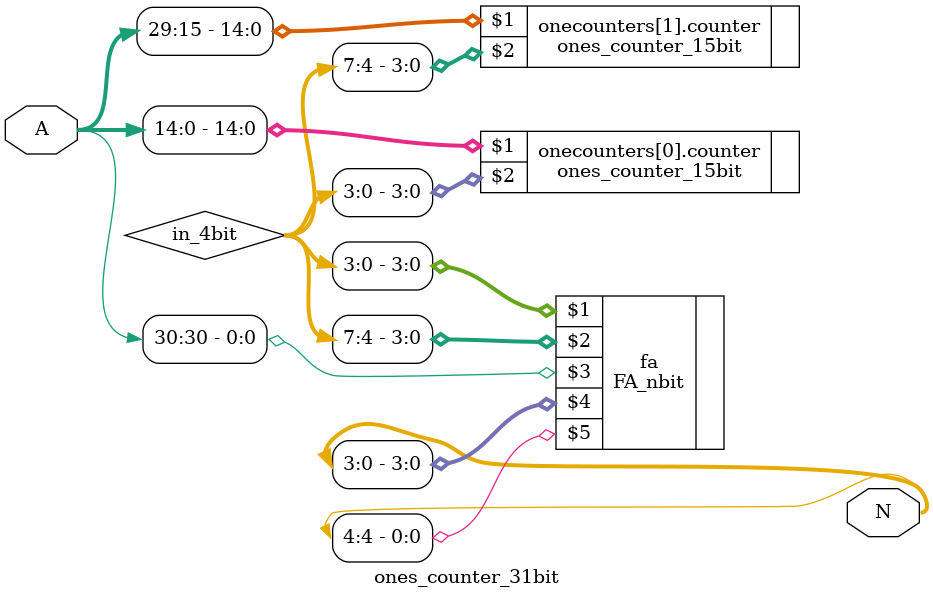
<source format=sv>
`timescale 1ns/1ns

module ones_counter_31bit (input [30:0] A, output [4:0] N);

	wire [7:0] in_4bit;
	genvar i;

	generate
	for (i=0; i < 2; i = i + 1) begin: onecounters
		ones_counter_15bit counter(A[i*15+14:i*15], in_4bit[i*4+3:i*4]);
	end
	endgenerate


	parameter m = 4;
	FA_nbit #(m) fa(in_4bit[3:0], in_4bit[7:4], A[30], N[3:0], N[4]);

endmodule

</source>
